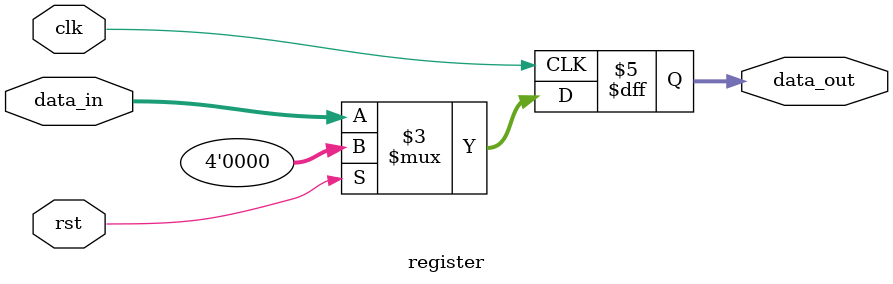
<source format=v>
module register(clk, rst, data_in, data_out);

  parameter bits = 4;

  input clk, rst;
  input [bits-1:0] data_in;
  output [bits-1:0] data_out;

  reg [bits-1:0] data_out;

  always @ (posedge clk)
  if (rst)
    data_out <= 'b0;
  else
    data_out <= data_in;
    
endmodule

</source>
